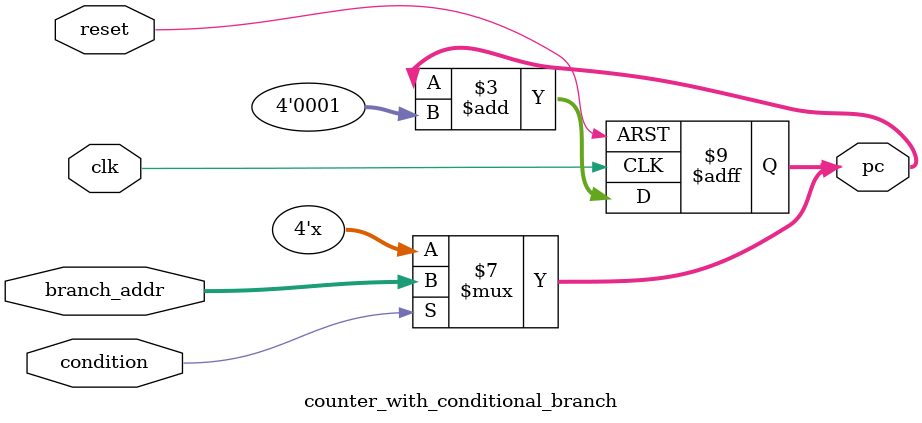
<source format=v>
`timescale 1ns / 1ps


module counter_with_conditional_branch(
input clk,
input reset,
input condition,
input [3:0] branch_addr,
output reg [3:0] pc
);

//PC register
always@(posedge clk, negedge reset)
if (!reset) //active low reset
  pc <= 0;
else
  pc <= pc + 4'b0001;
  
always@(condition)
begin
  if (condition == 1'b1)
    pc = branch_addr;
  else
   pc = pc;
end

endmodule

</source>
